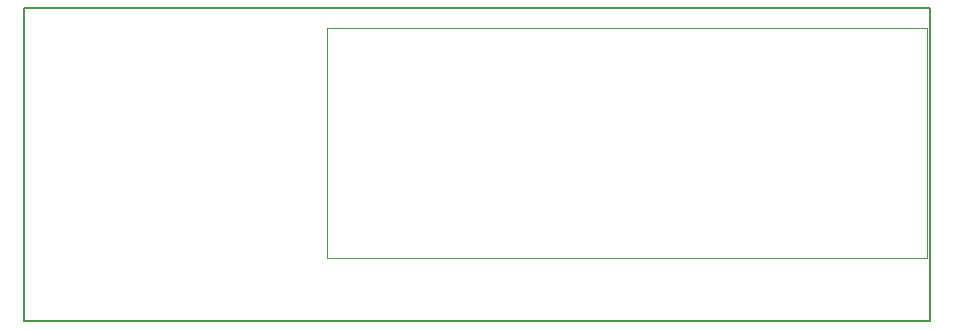
<source format=gbr>
G04 #@! TF.FileFunction,Other,User*
%FSLAX46Y46*%
G04 Gerber Fmt 4.6, Leading zero omitted, Abs format (unit mm)*
G04 Created by KiCad (PCBNEW 4.0.7) date 11/22/17 14:23:38*
%MOMM*%
%LPD*%
G01*
G04 APERTURE LIST*
%ADD10C,0.100000*%
%ADD11C,0.150000*%
%ADD12C,0.050000*%
G04 APERTURE END LIST*
D10*
D11*
X18034000Y-22352000D02*
X18542000Y-22352000D01*
X18034000Y-23431500D02*
X18034000Y-22352000D01*
X94742000Y-22352000D02*
X94742000Y-23431500D01*
X18034000Y-48831500D02*
X18034000Y-23431500D01*
X39878000Y-48831500D02*
X18034000Y-48831500D01*
X94742000Y-48831500D02*
X39878000Y-48831500D01*
X94742000Y-47307500D02*
X94742000Y-48831500D01*
X94742000Y-23431500D02*
X94742000Y-47307500D01*
X18542000Y-22352000D02*
X94742000Y-22352000D01*
D12*
X43751500Y-43468500D02*
X43751500Y-23968500D01*
X43751500Y-23968500D02*
X94551500Y-23968500D01*
X94551500Y-23968500D02*
X94551500Y-43468500D01*
X94551500Y-43468500D02*
X43751500Y-43468500D01*
M02*

</source>
